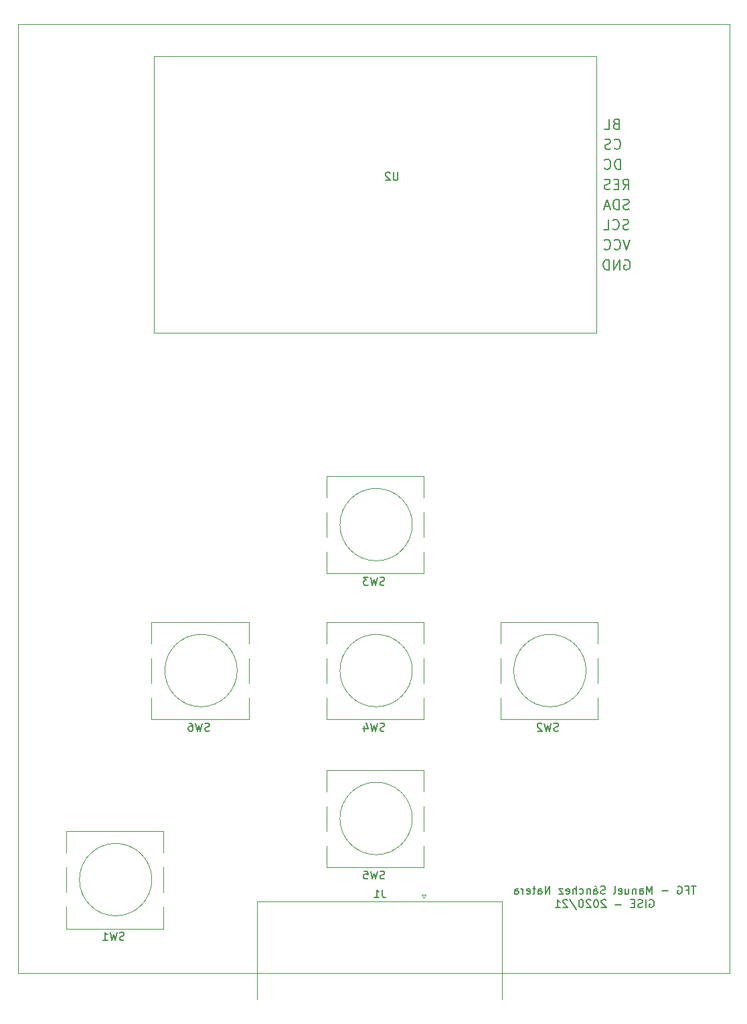
<source format=gbr>
G04 #@! TF.GenerationSoftware,KiCad,Pcbnew,(5.1.4)-1*
G04 #@! TF.CreationDate,2021-03-22T19:47:50+01:00*
G04 #@! TF.ProjectId,TFG_CANDevice,5446475f-4341-44e4-9465-766963652e6b,rev?*
G04 #@! TF.SameCoordinates,Original*
G04 #@! TF.FileFunction,Legend,Bot*
G04 #@! TF.FilePolarity,Positive*
%FSLAX46Y46*%
G04 Gerber Fmt 4.6, Leading zero omitted, Abs format (unit mm)*
G04 Created by KiCad (PCBNEW (5.1.4)-1) date 2021-03-22 19:47:50*
%MOMM*%
%LPD*%
G04 APERTURE LIST*
%ADD10C,0.200000*%
%ADD11C,0.050000*%
%ADD12C,0.120000*%
%ADD13C,0.150000*%
G04 APERTURE END LIST*
D10*
X218433809Y-150982380D02*
X217862380Y-150982380D01*
X218148095Y-151982380D02*
X218148095Y-150982380D01*
X217195714Y-151458571D02*
X217529047Y-151458571D01*
X217529047Y-151982380D02*
X217529047Y-150982380D01*
X217052857Y-150982380D01*
X216148095Y-151030000D02*
X216243333Y-150982380D01*
X216386190Y-150982380D01*
X216529047Y-151030000D01*
X216624285Y-151125238D01*
X216671904Y-151220476D01*
X216719523Y-151410952D01*
X216719523Y-151553809D01*
X216671904Y-151744285D01*
X216624285Y-151839523D01*
X216529047Y-151934761D01*
X216386190Y-151982380D01*
X216290952Y-151982380D01*
X216148095Y-151934761D01*
X216100476Y-151887142D01*
X216100476Y-151553809D01*
X216290952Y-151553809D01*
X214910000Y-151601428D02*
X214148095Y-151601428D01*
X212910000Y-151982380D02*
X212910000Y-150982380D01*
X212576666Y-151696666D01*
X212243333Y-150982380D01*
X212243333Y-151982380D01*
X211338571Y-151982380D02*
X211338571Y-151458571D01*
X211386190Y-151363333D01*
X211481428Y-151315714D01*
X211671904Y-151315714D01*
X211767142Y-151363333D01*
X211338571Y-151934761D02*
X211433809Y-151982380D01*
X211671904Y-151982380D01*
X211767142Y-151934761D01*
X211814761Y-151839523D01*
X211814761Y-151744285D01*
X211767142Y-151649047D01*
X211671904Y-151601428D01*
X211433809Y-151601428D01*
X211338571Y-151553809D01*
X210862380Y-151315714D02*
X210862380Y-151982380D01*
X210862380Y-151410952D02*
X210814761Y-151363333D01*
X210719523Y-151315714D01*
X210576666Y-151315714D01*
X210481428Y-151363333D01*
X210433809Y-151458571D01*
X210433809Y-151982380D01*
X209529047Y-151315714D02*
X209529047Y-151982380D01*
X209957619Y-151315714D02*
X209957619Y-151839523D01*
X209910000Y-151934761D01*
X209814761Y-151982380D01*
X209671904Y-151982380D01*
X209576666Y-151934761D01*
X209529047Y-151887142D01*
X208671904Y-151934761D02*
X208767142Y-151982380D01*
X208957619Y-151982380D01*
X209052857Y-151934761D01*
X209100476Y-151839523D01*
X209100476Y-151458571D01*
X209052857Y-151363333D01*
X208957619Y-151315714D01*
X208767142Y-151315714D01*
X208671904Y-151363333D01*
X208624285Y-151458571D01*
X208624285Y-151553809D01*
X209100476Y-151649047D01*
X208052857Y-151982380D02*
X208148095Y-151934761D01*
X208195714Y-151839523D01*
X208195714Y-150982380D01*
X206957619Y-151934761D02*
X206814761Y-151982380D01*
X206576666Y-151982380D01*
X206481428Y-151934761D01*
X206433809Y-151887142D01*
X206386190Y-151791904D01*
X206386190Y-151696666D01*
X206433809Y-151601428D01*
X206481428Y-151553809D01*
X206576666Y-151506190D01*
X206767142Y-151458571D01*
X206862380Y-151410952D01*
X206910000Y-151363333D01*
X206957619Y-151268095D01*
X206957619Y-151172857D01*
X206910000Y-151077619D01*
X206862380Y-151030000D01*
X206767142Y-150982380D01*
X206529047Y-150982380D01*
X206386190Y-151030000D01*
X205529047Y-151982380D02*
X205529047Y-151458571D01*
X205576666Y-151363333D01*
X205671904Y-151315714D01*
X205862380Y-151315714D01*
X205957619Y-151363333D01*
X205529047Y-151934761D02*
X205624285Y-151982380D01*
X205862380Y-151982380D01*
X205957619Y-151934761D01*
X206005238Y-151839523D01*
X206005238Y-151744285D01*
X205957619Y-151649047D01*
X205862380Y-151601428D01*
X205624285Y-151601428D01*
X205529047Y-151553809D01*
X205671904Y-150934761D02*
X205814761Y-151077619D01*
X205052857Y-151315714D02*
X205052857Y-151982380D01*
X205052857Y-151410952D02*
X205005238Y-151363333D01*
X204910000Y-151315714D01*
X204767142Y-151315714D01*
X204671904Y-151363333D01*
X204624285Y-151458571D01*
X204624285Y-151982380D01*
X203719523Y-151934761D02*
X203814761Y-151982380D01*
X204005238Y-151982380D01*
X204100476Y-151934761D01*
X204148095Y-151887142D01*
X204195714Y-151791904D01*
X204195714Y-151506190D01*
X204148095Y-151410952D01*
X204100476Y-151363333D01*
X204005238Y-151315714D01*
X203814761Y-151315714D01*
X203719523Y-151363333D01*
X203290952Y-151982380D02*
X203290952Y-150982380D01*
X202862380Y-151982380D02*
X202862380Y-151458571D01*
X202910000Y-151363333D01*
X203005238Y-151315714D01*
X203148095Y-151315714D01*
X203243333Y-151363333D01*
X203290952Y-151410952D01*
X202005238Y-151934761D02*
X202100476Y-151982380D01*
X202290952Y-151982380D01*
X202386190Y-151934761D01*
X202433809Y-151839523D01*
X202433809Y-151458571D01*
X202386190Y-151363333D01*
X202290952Y-151315714D01*
X202100476Y-151315714D01*
X202005238Y-151363333D01*
X201957619Y-151458571D01*
X201957619Y-151553809D01*
X202433809Y-151649047D01*
X201624285Y-151315714D02*
X201100476Y-151315714D01*
X201624285Y-151982380D01*
X201100476Y-151982380D01*
X199957619Y-151982380D02*
X199957619Y-150982380D01*
X199386190Y-151982380D01*
X199386190Y-150982380D01*
X198481428Y-151982380D02*
X198481428Y-151458571D01*
X198529047Y-151363333D01*
X198624285Y-151315714D01*
X198814761Y-151315714D01*
X198910000Y-151363333D01*
X198481428Y-151934761D02*
X198576666Y-151982380D01*
X198814761Y-151982380D01*
X198910000Y-151934761D01*
X198957619Y-151839523D01*
X198957619Y-151744285D01*
X198910000Y-151649047D01*
X198814761Y-151601428D01*
X198576666Y-151601428D01*
X198481428Y-151553809D01*
X198148095Y-151315714D02*
X197767142Y-151315714D01*
X198005238Y-150982380D02*
X198005238Y-151839523D01*
X197957619Y-151934761D01*
X197862380Y-151982380D01*
X197767142Y-151982380D01*
X197052857Y-151934761D02*
X197148095Y-151982380D01*
X197338571Y-151982380D01*
X197433809Y-151934761D01*
X197481428Y-151839523D01*
X197481428Y-151458571D01*
X197433809Y-151363333D01*
X197338571Y-151315714D01*
X197148095Y-151315714D01*
X197052857Y-151363333D01*
X197005238Y-151458571D01*
X197005238Y-151553809D01*
X197481428Y-151649047D01*
X196576666Y-151982380D02*
X196576666Y-151315714D01*
X196576666Y-151506190D02*
X196529047Y-151410952D01*
X196481428Y-151363333D01*
X196386190Y-151315714D01*
X196290952Y-151315714D01*
X195529047Y-151982380D02*
X195529047Y-151458571D01*
X195576666Y-151363333D01*
X195671904Y-151315714D01*
X195862380Y-151315714D01*
X195957619Y-151363333D01*
X195529047Y-151934761D02*
X195624285Y-151982380D01*
X195862380Y-151982380D01*
X195957619Y-151934761D01*
X196005238Y-151839523D01*
X196005238Y-151744285D01*
X195957619Y-151649047D01*
X195862380Y-151601428D01*
X195624285Y-151601428D01*
X195529047Y-151553809D01*
X212576666Y-152730000D02*
X212671904Y-152682380D01*
X212814761Y-152682380D01*
X212957619Y-152730000D01*
X213052857Y-152825238D01*
X213100476Y-152920476D01*
X213148095Y-153110952D01*
X213148095Y-153253809D01*
X213100476Y-153444285D01*
X213052857Y-153539523D01*
X212957619Y-153634761D01*
X212814761Y-153682380D01*
X212719523Y-153682380D01*
X212576666Y-153634761D01*
X212529047Y-153587142D01*
X212529047Y-153253809D01*
X212719523Y-153253809D01*
X212100476Y-153682380D02*
X212100476Y-152682380D01*
X211671904Y-153634761D02*
X211529047Y-153682380D01*
X211290952Y-153682380D01*
X211195714Y-153634761D01*
X211148095Y-153587142D01*
X211100476Y-153491904D01*
X211100476Y-153396666D01*
X211148095Y-153301428D01*
X211195714Y-153253809D01*
X211290952Y-153206190D01*
X211481428Y-153158571D01*
X211576666Y-153110952D01*
X211624285Y-153063333D01*
X211671904Y-152968095D01*
X211671904Y-152872857D01*
X211624285Y-152777619D01*
X211576666Y-152730000D01*
X211481428Y-152682380D01*
X211243333Y-152682380D01*
X211100476Y-152730000D01*
X210671904Y-153158571D02*
X210338571Y-153158571D01*
X210195714Y-153682380D02*
X210671904Y-153682380D01*
X210671904Y-152682380D01*
X210195714Y-152682380D01*
X209005238Y-153301428D02*
X208243333Y-153301428D01*
X207052857Y-152777619D02*
X207005238Y-152730000D01*
X206910000Y-152682380D01*
X206671904Y-152682380D01*
X206576666Y-152730000D01*
X206529047Y-152777619D01*
X206481428Y-152872857D01*
X206481428Y-152968095D01*
X206529047Y-153110952D01*
X207100476Y-153682380D01*
X206481428Y-153682380D01*
X205862380Y-152682380D02*
X205767142Y-152682380D01*
X205671904Y-152730000D01*
X205624285Y-152777619D01*
X205576666Y-152872857D01*
X205529047Y-153063333D01*
X205529047Y-153301428D01*
X205576666Y-153491904D01*
X205624285Y-153587142D01*
X205671904Y-153634761D01*
X205767142Y-153682380D01*
X205862380Y-153682380D01*
X205957619Y-153634761D01*
X206005238Y-153587142D01*
X206052857Y-153491904D01*
X206100476Y-153301428D01*
X206100476Y-153063333D01*
X206052857Y-152872857D01*
X206005238Y-152777619D01*
X205957619Y-152730000D01*
X205862380Y-152682380D01*
X205148095Y-152777619D02*
X205100476Y-152730000D01*
X205005238Y-152682380D01*
X204767142Y-152682380D01*
X204671904Y-152730000D01*
X204624285Y-152777619D01*
X204576666Y-152872857D01*
X204576666Y-152968095D01*
X204624285Y-153110952D01*
X205195714Y-153682380D01*
X204576666Y-153682380D01*
X203957619Y-152682380D02*
X203862380Y-152682380D01*
X203767142Y-152730000D01*
X203719523Y-152777619D01*
X203671904Y-152872857D01*
X203624285Y-153063333D01*
X203624285Y-153301428D01*
X203671904Y-153491904D01*
X203719523Y-153587142D01*
X203767142Y-153634761D01*
X203862380Y-153682380D01*
X203957619Y-153682380D01*
X204052857Y-153634761D01*
X204100476Y-153587142D01*
X204148095Y-153491904D01*
X204195714Y-153301428D01*
X204195714Y-153063333D01*
X204148095Y-152872857D01*
X204100476Y-152777619D01*
X204052857Y-152730000D01*
X203957619Y-152682380D01*
X202481428Y-152634761D02*
X203338571Y-153920476D01*
X202195714Y-152777619D02*
X202148095Y-152730000D01*
X202052857Y-152682380D01*
X201814761Y-152682380D01*
X201719523Y-152730000D01*
X201671904Y-152777619D01*
X201624285Y-152872857D01*
X201624285Y-152968095D01*
X201671904Y-153110952D01*
X202243333Y-153682380D01*
X201624285Y-153682380D01*
X200671904Y-153682380D02*
X201243333Y-153682380D01*
X200957619Y-153682380D02*
X200957619Y-152682380D01*
X201052857Y-152825238D01*
X201148095Y-152920476D01*
X201243333Y-152968095D01*
D11*
X222680000Y-42020000D02*
X222680000Y-162000000D01*
X132690000Y-42020000D02*
X222680000Y-42020000D01*
X132690000Y-162000000D02*
X132690000Y-42020000D01*
X222680000Y-162000000D02*
X132690000Y-162000000D01*
D12*
X149880000Y-46070000D02*
X149880000Y-81070000D01*
X149880000Y-81070000D02*
X205880000Y-81070000D01*
X205880000Y-81070000D02*
X205880000Y-46070000D01*
X205880000Y-46070000D02*
X149880000Y-46070000D01*
X161890000Y-129920000D02*
X161890000Y-127200000D01*
X161890000Y-120340000D02*
X161890000Y-117620000D01*
X149590000Y-122200000D02*
X149590000Y-125340000D01*
X149590000Y-117620000D02*
X149590000Y-120340000D01*
X160419050Y-123730000D02*
G75*
G03X160419050Y-123730000I-4579050J0D01*
G01*
X149590000Y-127200000D02*
X149590000Y-129920000D01*
X161890000Y-117620000D02*
X149590000Y-117620000D01*
X161890000Y-125340000D02*
X161890000Y-122200000D01*
X149590000Y-129920000D02*
X161890000Y-129920000D01*
X184040000Y-148620000D02*
X184040000Y-145900000D01*
X184040000Y-139040000D02*
X184040000Y-136320000D01*
X171740000Y-140900000D02*
X171740000Y-144040000D01*
X171740000Y-136320000D02*
X171740000Y-139040000D01*
X182569050Y-142430000D02*
G75*
G03X182569050Y-142430000I-4579050J0D01*
G01*
X171740000Y-145900000D02*
X171740000Y-148620000D01*
X184040000Y-136320000D02*
X171740000Y-136320000D01*
X184040000Y-144040000D02*
X184040000Y-140900000D01*
X171740000Y-148620000D02*
X184040000Y-148620000D01*
X184040000Y-129920000D02*
X184040000Y-127200000D01*
X184040000Y-120340000D02*
X184040000Y-117620000D01*
X171740000Y-122200000D02*
X171740000Y-125340000D01*
X171740000Y-117620000D02*
X171740000Y-120340000D01*
X182569050Y-123730000D02*
G75*
G03X182569050Y-123730000I-4579050J0D01*
G01*
X171740000Y-127200000D02*
X171740000Y-129920000D01*
X184040000Y-117620000D02*
X171740000Y-117620000D01*
X184040000Y-125340000D02*
X184040000Y-122200000D01*
X171740000Y-129920000D02*
X184040000Y-129920000D01*
X184040000Y-111470000D02*
X184040000Y-108750000D01*
X184040000Y-101890000D02*
X184040000Y-99170000D01*
X171740000Y-103750000D02*
X171740000Y-106890000D01*
X171740000Y-99170000D02*
X171740000Y-101890000D01*
X182569050Y-105280000D02*
G75*
G03X182569050Y-105280000I-4579050J0D01*
G01*
X171740000Y-108750000D02*
X171740000Y-111470000D01*
X184040000Y-99170000D02*
X171740000Y-99170000D01*
X184040000Y-106890000D02*
X184040000Y-103750000D01*
X171740000Y-111470000D02*
X184040000Y-111470000D01*
X206020000Y-129920000D02*
X206020000Y-127200000D01*
X206020000Y-120340000D02*
X206020000Y-117620000D01*
X193720000Y-122200000D02*
X193720000Y-125340000D01*
X193720000Y-117620000D02*
X193720000Y-120340000D01*
X204549050Y-123730000D02*
G75*
G03X204549050Y-123730000I-4579050J0D01*
G01*
X193720000Y-127200000D02*
X193720000Y-129920000D01*
X206020000Y-117620000D02*
X193720000Y-117620000D01*
X206020000Y-125340000D02*
X206020000Y-122200000D01*
X193720000Y-129920000D02*
X206020000Y-129920000D01*
X151090000Y-156350000D02*
X151090000Y-153630000D01*
X151090000Y-146770000D02*
X151090000Y-144050000D01*
X138790000Y-148630000D02*
X138790000Y-151770000D01*
X138790000Y-144050000D02*
X138790000Y-146770000D01*
X149619050Y-150160000D02*
G75*
G03X149619050Y-150160000I-4579050J0D01*
G01*
X138790000Y-153630000D02*
X138790000Y-156350000D01*
X151090000Y-144050000D02*
X138790000Y-144050000D01*
X151090000Y-151770000D02*
X151090000Y-148630000D01*
X138790000Y-156350000D02*
X151090000Y-156350000D01*
X193935000Y-165270000D02*
X193935000Y-152930000D01*
X193935000Y-152930000D02*
X162965000Y-152930000D01*
X162965000Y-152930000D02*
X162965000Y-165270000D01*
X184240000Y-152035662D02*
X183740000Y-152035662D01*
X183740000Y-152035662D02*
X183990000Y-152468675D01*
X183990000Y-152468675D02*
X184240000Y-152035662D01*
D13*
X180733904Y-60754380D02*
X180733904Y-61563904D01*
X180686285Y-61659142D01*
X180638666Y-61706761D01*
X180543428Y-61754380D01*
X180352952Y-61754380D01*
X180257714Y-61706761D01*
X180210095Y-61659142D01*
X180162476Y-61563904D01*
X180162476Y-60754380D01*
X179733904Y-60849619D02*
X179686285Y-60802000D01*
X179591047Y-60754380D01*
X179352952Y-60754380D01*
X179257714Y-60802000D01*
X179210095Y-60849619D01*
X179162476Y-60944857D01*
X179162476Y-61040095D01*
X179210095Y-61182952D01*
X179781523Y-61754380D01*
X179162476Y-61754380D01*
X209387619Y-71851000D02*
X209508571Y-71790523D01*
X209690000Y-71790523D01*
X209871428Y-71851000D01*
X209992380Y-71971952D01*
X210052857Y-72092904D01*
X210113333Y-72334809D01*
X210113333Y-72516238D01*
X210052857Y-72758142D01*
X209992380Y-72879095D01*
X209871428Y-73000047D01*
X209690000Y-73060523D01*
X209569047Y-73060523D01*
X209387619Y-73000047D01*
X209327142Y-72939571D01*
X209327142Y-72516238D01*
X209569047Y-72516238D01*
X208782857Y-73060523D02*
X208782857Y-71790523D01*
X208057142Y-73060523D01*
X208057142Y-71790523D01*
X207452380Y-73060523D02*
X207452380Y-71790523D01*
X207150000Y-71790523D01*
X206968571Y-71851000D01*
X206847619Y-71971952D01*
X206787142Y-72092904D01*
X206726666Y-72334809D01*
X206726666Y-72516238D01*
X206787142Y-72758142D01*
X206847619Y-72879095D01*
X206968571Y-73000047D01*
X207150000Y-73060523D01*
X207452380Y-73060523D01*
X210113333Y-69250523D02*
X209690000Y-70520523D01*
X209266666Y-69250523D01*
X208117619Y-70399571D02*
X208178095Y-70460047D01*
X208359523Y-70520523D01*
X208480476Y-70520523D01*
X208661904Y-70460047D01*
X208782857Y-70339095D01*
X208843333Y-70218142D01*
X208903809Y-69976238D01*
X208903809Y-69794809D01*
X208843333Y-69552904D01*
X208782857Y-69431952D01*
X208661904Y-69311000D01*
X208480476Y-69250523D01*
X208359523Y-69250523D01*
X208178095Y-69311000D01*
X208117619Y-69371476D01*
X206847619Y-70399571D02*
X206908095Y-70460047D01*
X207089523Y-70520523D01*
X207210476Y-70520523D01*
X207391904Y-70460047D01*
X207512857Y-70339095D01*
X207573333Y-70218142D01*
X207633809Y-69976238D01*
X207633809Y-69794809D01*
X207573333Y-69552904D01*
X207512857Y-69431952D01*
X207391904Y-69311000D01*
X207210476Y-69250523D01*
X207089523Y-69250523D01*
X206908095Y-69311000D01*
X206847619Y-69371476D01*
X209931904Y-67920047D02*
X209750476Y-67980523D01*
X209448095Y-67980523D01*
X209327142Y-67920047D01*
X209266666Y-67859571D01*
X209206190Y-67738619D01*
X209206190Y-67617666D01*
X209266666Y-67496714D01*
X209327142Y-67436238D01*
X209448095Y-67375761D01*
X209690000Y-67315285D01*
X209810952Y-67254809D01*
X209871428Y-67194333D01*
X209931904Y-67073380D01*
X209931904Y-66952428D01*
X209871428Y-66831476D01*
X209810952Y-66771000D01*
X209690000Y-66710523D01*
X209387619Y-66710523D01*
X209206190Y-66771000D01*
X207936190Y-67859571D02*
X207996666Y-67920047D01*
X208178095Y-67980523D01*
X208299047Y-67980523D01*
X208480476Y-67920047D01*
X208601428Y-67799095D01*
X208661904Y-67678142D01*
X208722380Y-67436238D01*
X208722380Y-67254809D01*
X208661904Y-67012904D01*
X208601428Y-66891952D01*
X208480476Y-66771000D01*
X208299047Y-66710523D01*
X208178095Y-66710523D01*
X207996666Y-66771000D01*
X207936190Y-66831476D01*
X206787142Y-67980523D02*
X207391904Y-67980523D01*
X207391904Y-66710523D01*
X209962142Y-65380047D02*
X209780714Y-65440523D01*
X209478333Y-65440523D01*
X209357380Y-65380047D01*
X209296904Y-65319571D01*
X209236428Y-65198619D01*
X209236428Y-65077666D01*
X209296904Y-64956714D01*
X209357380Y-64896238D01*
X209478333Y-64835761D01*
X209720238Y-64775285D01*
X209841190Y-64714809D01*
X209901666Y-64654333D01*
X209962142Y-64533380D01*
X209962142Y-64412428D01*
X209901666Y-64291476D01*
X209841190Y-64231000D01*
X209720238Y-64170523D01*
X209417857Y-64170523D01*
X209236428Y-64231000D01*
X208692142Y-65440523D02*
X208692142Y-64170523D01*
X208389761Y-64170523D01*
X208208333Y-64231000D01*
X208087380Y-64351952D01*
X208026904Y-64472904D01*
X207966428Y-64714809D01*
X207966428Y-64896238D01*
X208026904Y-65138142D01*
X208087380Y-65259095D01*
X208208333Y-65380047D01*
X208389761Y-65440523D01*
X208692142Y-65440523D01*
X207482619Y-65077666D02*
X206877857Y-65077666D01*
X207603571Y-65440523D02*
X207180238Y-64170523D01*
X206756904Y-65440523D01*
X209206190Y-62900523D02*
X209629523Y-62295761D01*
X209931904Y-62900523D02*
X209931904Y-61630523D01*
X209448095Y-61630523D01*
X209327142Y-61691000D01*
X209266666Y-61751476D01*
X209206190Y-61872428D01*
X209206190Y-62053857D01*
X209266666Y-62174809D01*
X209327142Y-62235285D01*
X209448095Y-62295761D01*
X209931904Y-62295761D01*
X208661904Y-62235285D02*
X208238571Y-62235285D01*
X208057142Y-62900523D02*
X208661904Y-62900523D01*
X208661904Y-61630523D01*
X208057142Y-61630523D01*
X207573333Y-62840047D02*
X207391904Y-62900523D01*
X207089523Y-62900523D01*
X206968571Y-62840047D01*
X206908095Y-62779571D01*
X206847619Y-62658619D01*
X206847619Y-62537666D01*
X206908095Y-62416714D01*
X206968571Y-62356238D01*
X207089523Y-62295761D01*
X207331428Y-62235285D01*
X207452380Y-62174809D01*
X207512857Y-62114333D01*
X207573333Y-61993380D01*
X207573333Y-61872428D01*
X207512857Y-61751476D01*
X207452380Y-61691000D01*
X207331428Y-61630523D01*
X207029047Y-61630523D01*
X206847619Y-61691000D01*
X208879619Y-60360523D02*
X208879619Y-59090523D01*
X208577238Y-59090523D01*
X208395809Y-59151000D01*
X208274857Y-59271952D01*
X208214380Y-59392904D01*
X208153904Y-59634809D01*
X208153904Y-59816238D01*
X208214380Y-60058142D01*
X208274857Y-60179095D01*
X208395809Y-60300047D01*
X208577238Y-60360523D01*
X208879619Y-60360523D01*
X206883904Y-60239571D02*
X206944380Y-60300047D01*
X207125809Y-60360523D01*
X207246761Y-60360523D01*
X207428190Y-60300047D01*
X207549142Y-60179095D01*
X207609619Y-60058142D01*
X207670095Y-59816238D01*
X207670095Y-59634809D01*
X207609619Y-59392904D01*
X207549142Y-59271952D01*
X207428190Y-59151000D01*
X207246761Y-59090523D01*
X207125809Y-59090523D01*
X206944380Y-59151000D01*
X206883904Y-59211476D01*
X208123666Y-57699571D02*
X208184142Y-57760047D01*
X208365571Y-57820523D01*
X208486523Y-57820523D01*
X208667952Y-57760047D01*
X208788904Y-57639095D01*
X208849380Y-57518142D01*
X208909857Y-57276238D01*
X208909857Y-57094809D01*
X208849380Y-56852904D01*
X208788904Y-56731952D01*
X208667952Y-56611000D01*
X208486523Y-56550523D01*
X208365571Y-56550523D01*
X208184142Y-56611000D01*
X208123666Y-56671476D01*
X207639857Y-57760047D02*
X207458428Y-57820523D01*
X207156047Y-57820523D01*
X207035095Y-57760047D01*
X206974619Y-57699571D01*
X206914142Y-57578619D01*
X206914142Y-57457666D01*
X206974619Y-57336714D01*
X207035095Y-57276238D01*
X207156047Y-57215761D01*
X207397952Y-57155285D01*
X207518904Y-57094809D01*
X207579380Y-57034333D01*
X207639857Y-56913380D01*
X207639857Y-56792428D01*
X207579380Y-56671476D01*
X207518904Y-56611000D01*
X207397952Y-56550523D01*
X207095571Y-56550523D01*
X206914142Y-56611000D01*
X208335333Y-54615285D02*
X208153904Y-54675761D01*
X208093428Y-54736238D01*
X208032952Y-54857190D01*
X208032952Y-55038619D01*
X208093428Y-55159571D01*
X208153904Y-55220047D01*
X208274857Y-55280523D01*
X208758666Y-55280523D01*
X208758666Y-54010523D01*
X208335333Y-54010523D01*
X208214380Y-54071000D01*
X208153904Y-54131476D01*
X208093428Y-54252428D01*
X208093428Y-54373380D01*
X208153904Y-54494333D01*
X208214380Y-54554809D01*
X208335333Y-54615285D01*
X208758666Y-54615285D01*
X206883904Y-55280523D02*
X207488666Y-55280523D01*
X207488666Y-54010523D01*
X156903333Y-131334761D02*
X156760476Y-131382380D01*
X156522380Y-131382380D01*
X156427142Y-131334761D01*
X156379523Y-131287142D01*
X156331904Y-131191904D01*
X156331904Y-131096666D01*
X156379523Y-131001428D01*
X156427142Y-130953809D01*
X156522380Y-130906190D01*
X156712857Y-130858571D01*
X156808095Y-130810952D01*
X156855714Y-130763333D01*
X156903333Y-130668095D01*
X156903333Y-130572857D01*
X156855714Y-130477619D01*
X156808095Y-130430000D01*
X156712857Y-130382380D01*
X156474761Y-130382380D01*
X156331904Y-130430000D01*
X155998571Y-130382380D02*
X155760476Y-131382380D01*
X155570000Y-130668095D01*
X155379523Y-131382380D01*
X155141428Y-130382380D01*
X154331904Y-130382380D02*
X154522380Y-130382380D01*
X154617619Y-130430000D01*
X154665238Y-130477619D01*
X154760476Y-130620476D01*
X154808095Y-130810952D01*
X154808095Y-131191904D01*
X154760476Y-131287142D01*
X154712857Y-131334761D01*
X154617619Y-131382380D01*
X154427142Y-131382380D01*
X154331904Y-131334761D01*
X154284285Y-131287142D01*
X154236666Y-131191904D01*
X154236666Y-130953809D01*
X154284285Y-130858571D01*
X154331904Y-130810952D01*
X154427142Y-130763333D01*
X154617619Y-130763333D01*
X154712857Y-130810952D01*
X154760476Y-130858571D01*
X154808095Y-130953809D01*
X179053333Y-150034761D02*
X178910476Y-150082380D01*
X178672380Y-150082380D01*
X178577142Y-150034761D01*
X178529523Y-149987142D01*
X178481904Y-149891904D01*
X178481904Y-149796666D01*
X178529523Y-149701428D01*
X178577142Y-149653809D01*
X178672380Y-149606190D01*
X178862857Y-149558571D01*
X178958095Y-149510952D01*
X179005714Y-149463333D01*
X179053333Y-149368095D01*
X179053333Y-149272857D01*
X179005714Y-149177619D01*
X178958095Y-149130000D01*
X178862857Y-149082380D01*
X178624761Y-149082380D01*
X178481904Y-149130000D01*
X178148571Y-149082380D02*
X177910476Y-150082380D01*
X177720000Y-149368095D01*
X177529523Y-150082380D01*
X177291428Y-149082380D01*
X176434285Y-149082380D02*
X176910476Y-149082380D01*
X176958095Y-149558571D01*
X176910476Y-149510952D01*
X176815238Y-149463333D01*
X176577142Y-149463333D01*
X176481904Y-149510952D01*
X176434285Y-149558571D01*
X176386666Y-149653809D01*
X176386666Y-149891904D01*
X176434285Y-149987142D01*
X176481904Y-150034761D01*
X176577142Y-150082380D01*
X176815238Y-150082380D01*
X176910476Y-150034761D01*
X176958095Y-149987142D01*
X179053333Y-131334761D02*
X178910476Y-131382380D01*
X178672380Y-131382380D01*
X178577142Y-131334761D01*
X178529523Y-131287142D01*
X178481904Y-131191904D01*
X178481904Y-131096666D01*
X178529523Y-131001428D01*
X178577142Y-130953809D01*
X178672380Y-130906190D01*
X178862857Y-130858571D01*
X178958095Y-130810952D01*
X179005714Y-130763333D01*
X179053333Y-130668095D01*
X179053333Y-130572857D01*
X179005714Y-130477619D01*
X178958095Y-130430000D01*
X178862857Y-130382380D01*
X178624761Y-130382380D01*
X178481904Y-130430000D01*
X178148571Y-130382380D02*
X177910476Y-131382380D01*
X177720000Y-130668095D01*
X177529523Y-131382380D01*
X177291428Y-130382380D01*
X176481904Y-130715714D02*
X176481904Y-131382380D01*
X176720000Y-130334761D02*
X176958095Y-131049047D01*
X176339047Y-131049047D01*
X179053333Y-112884761D02*
X178910476Y-112932380D01*
X178672380Y-112932380D01*
X178577142Y-112884761D01*
X178529523Y-112837142D01*
X178481904Y-112741904D01*
X178481904Y-112646666D01*
X178529523Y-112551428D01*
X178577142Y-112503809D01*
X178672380Y-112456190D01*
X178862857Y-112408571D01*
X178958095Y-112360952D01*
X179005714Y-112313333D01*
X179053333Y-112218095D01*
X179053333Y-112122857D01*
X179005714Y-112027619D01*
X178958095Y-111980000D01*
X178862857Y-111932380D01*
X178624761Y-111932380D01*
X178481904Y-111980000D01*
X178148571Y-111932380D02*
X177910476Y-112932380D01*
X177720000Y-112218095D01*
X177529523Y-112932380D01*
X177291428Y-111932380D01*
X177005714Y-111932380D02*
X176386666Y-111932380D01*
X176720000Y-112313333D01*
X176577142Y-112313333D01*
X176481904Y-112360952D01*
X176434285Y-112408571D01*
X176386666Y-112503809D01*
X176386666Y-112741904D01*
X176434285Y-112837142D01*
X176481904Y-112884761D01*
X176577142Y-112932380D01*
X176862857Y-112932380D01*
X176958095Y-112884761D01*
X177005714Y-112837142D01*
X201033333Y-131334761D02*
X200890476Y-131382380D01*
X200652380Y-131382380D01*
X200557142Y-131334761D01*
X200509523Y-131287142D01*
X200461904Y-131191904D01*
X200461904Y-131096666D01*
X200509523Y-131001428D01*
X200557142Y-130953809D01*
X200652380Y-130906190D01*
X200842857Y-130858571D01*
X200938095Y-130810952D01*
X200985714Y-130763333D01*
X201033333Y-130668095D01*
X201033333Y-130572857D01*
X200985714Y-130477619D01*
X200938095Y-130430000D01*
X200842857Y-130382380D01*
X200604761Y-130382380D01*
X200461904Y-130430000D01*
X200128571Y-130382380D02*
X199890476Y-131382380D01*
X199700000Y-130668095D01*
X199509523Y-131382380D01*
X199271428Y-130382380D01*
X198938095Y-130477619D02*
X198890476Y-130430000D01*
X198795238Y-130382380D01*
X198557142Y-130382380D01*
X198461904Y-130430000D01*
X198414285Y-130477619D01*
X198366666Y-130572857D01*
X198366666Y-130668095D01*
X198414285Y-130810952D01*
X198985714Y-131382380D01*
X198366666Y-131382380D01*
X146103333Y-157764761D02*
X145960476Y-157812380D01*
X145722380Y-157812380D01*
X145627142Y-157764761D01*
X145579523Y-157717142D01*
X145531904Y-157621904D01*
X145531904Y-157526666D01*
X145579523Y-157431428D01*
X145627142Y-157383809D01*
X145722380Y-157336190D01*
X145912857Y-157288571D01*
X146008095Y-157240952D01*
X146055714Y-157193333D01*
X146103333Y-157098095D01*
X146103333Y-157002857D01*
X146055714Y-156907619D01*
X146008095Y-156860000D01*
X145912857Y-156812380D01*
X145674761Y-156812380D01*
X145531904Y-156860000D01*
X145198571Y-156812380D02*
X144960476Y-157812380D01*
X144770000Y-157098095D01*
X144579523Y-157812380D01*
X144341428Y-156812380D01*
X143436666Y-157812380D02*
X144008095Y-157812380D01*
X143722380Y-157812380D02*
X143722380Y-156812380D01*
X143817619Y-156955238D01*
X143912857Y-157050476D01*
X144008095Y-157098095D01*
X178783333Y-151442380D02*
X178783333Y-152156666D01*
X178830952Y-152299523D01*
X178926190Y-152394761D01*
X179069047Y-152442380D01*
X179164285Y-152442380D01*
X177783333Y-152442380D02*
X178354761Y-152442380D01*
X178069047Y-152442380D02*
X178069047Y-151442380D01*
X178164285Y-151585238D01*
X178259523Y-151680476D01*
X178354761Y-151728095D01*
M02*

</source>
